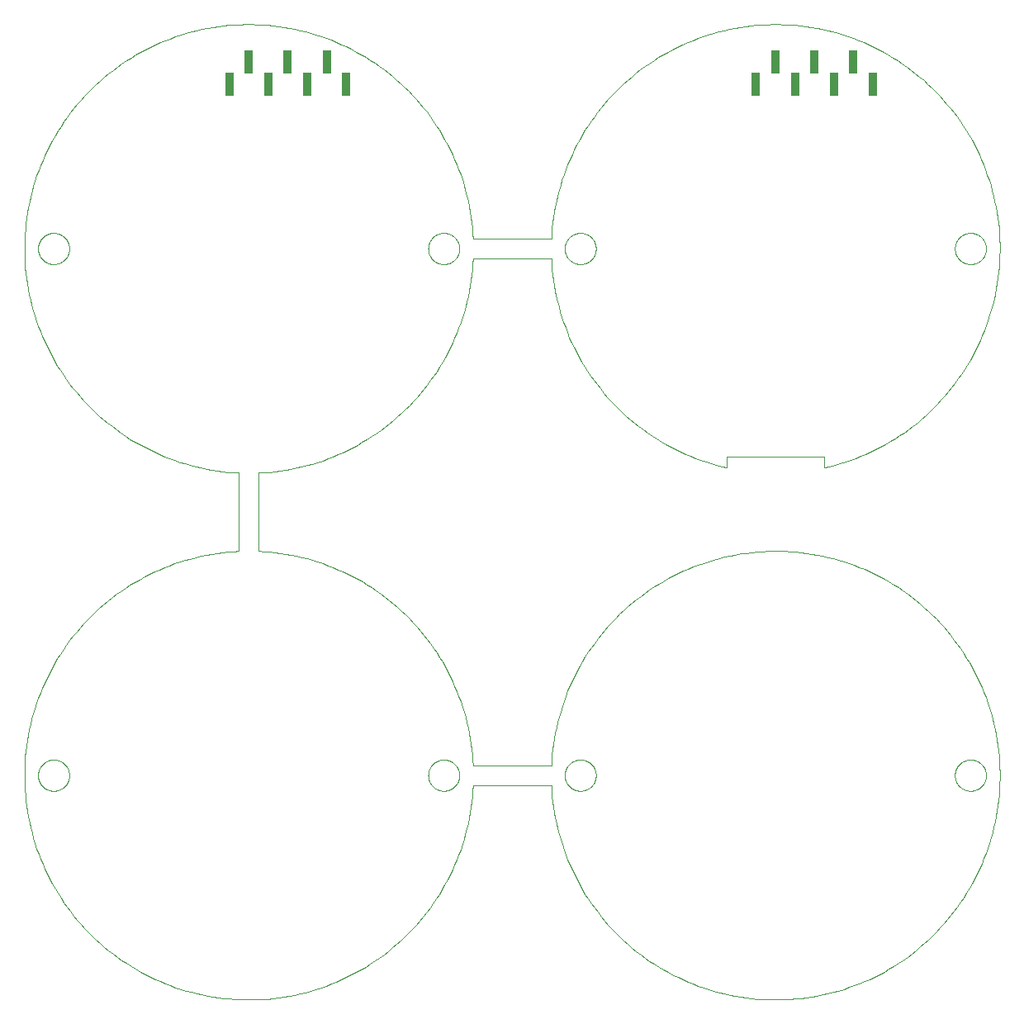
<source format=gbp>
G75*
%MOIN*%
%OFA0B0*%
%FSLAX25Y25*%
%IPPOS*%
%LPD*%
%AMOC8*
5,1,8,0,0,1.08239X$1,22.5*
%
%ADD10C,0.00000*%
%ADD11R,0.03346X0.09252*%
D10*
X0050350Y0092616D02*
X0050352Y0092774D01*
X0050358Y0092932D01*
X0050368Y0093090D01*
X0050382Y0093248D01*
X0050400Y0093405D01*
X0050421Y0093562D01*
X0050447Y0093718D01*
X0050477Y0093874D01*
X0050510Y0094029D01*
X0050548Y0094182D01*
X0050589Y0094335D01*
X0050634Y0094487D01*
X0050683Y0094638D01*
X0050736Y0094787D01*
X0050792Y0094935D01*
X0050852Y0095081D01*
X0050916Y0095226D01*
X0050984Y0095369D01*
X0051055Y0095511D01*
X0051129Y0095651D01*
X0051207Y0095788D01*
X0051289Y0095924D01*
X0051373Y0096058D01*
X0051462Y0096189D01*
X0051553Y0096318D01*
X0051648Y0096445D01*
X0051745Y0096570D01*
X0051846Y0096692D01*
X0051950Y0096811D01*
X0052057Y0096928D01*
X0052167Y0097042D01*
X0052280Y0097153D01*
X0052395Y0097262D01*
X0052513Y0097367D01*
X0052634Y0097469D01*
X0052757Y0097569D01*
X0052883Y0097665D01*
X0053011Y0097758D01*
X0053141Y0097848D01*
X0053274Y0097934D01*
X0053409Y0098018D01*
X0053545Y0098097D01*
X0053684Y0098174D01*
X0053825Y0098246D01*
X0053967Y0098316D01*
X0054111Y0098381D01*
X0054257Y0098443D01*
X0054404Y0098501D01*
X0054553Y0098556D01*
X0054703Y0098607D01*
X0054854Y0098654D01*
X0055006Y0098697D01*
X0055159Y0098736D01*
X0055314Y0098772D01*
X0055469Y0098803D01*
X0055625Y0098831D01*
X0055781Y0098855D01*
X0055938Y0098875D01*
X0056096Y0098891D01*
X0056253Y0098903D01*
X0056412Y0098911D01*
X0056570Y0098915D01*
X0056728Y0098915D01*
X0056886Y0098911D01*
X0057045Y0098903D01*
X0057202Y0098891D01*
X0057360Y0098875D01*
X0057517Y0098855D01*
X0057673Y0098831D01*
X0057829Y0098803D01*
X0057984Y0098772D01*
X0058139Y0098736D01*
X0058292Y0098697D01*
X0058444Y0098654D01*
X0058595Y0098607D01*
X0058745Y0098556D01*
X0058894Y0098501D01*
X0059041Y0098443D01*
X0059187Y0098381D01*
X0059331Y0098316D01*
X0059473Y0098246D01*
X0059614Y0098174D01*
X0059753Y0098097D01*
X0059889Y0098018D01*
X0060024Y0097934D01*
X0060157Y0097848D01*
X0060287Y0097758D01*
X0060415Y0097665D01*
X0060541Y0097569D01*
X0060664Y0097469D01*
X0060785Y0097367D01*
X0060903Y0097262D01*
X0061018Y0097153D01*
X0061131Y0097042D01*
X0061241Y0096928D01*
X0061348Y0096811D01*
X0061452Y0096692D01*
X0061553Y0096570D01*
X0061650Y0096445D01*
X0061745Y0096318D01*
X0061836Y0096189D01*
X0061925Y0096058D01*
X0062009Y0095924D01*
X0062091Y0095788D01*
X0062169Y0095651D01*
X0062243Y0095511D01*
X0062314Y0095369D01*
X0062382Y0095226D01*
X0062446Y0095081D01*
X0062506Y0094935D01*
X0062562Y0094787D01*
X0062615Y0094638D01*
X0062664Y0094487D01*
X0062709Y0094335D01*
X0062750Y0094182D01*
X0062788Y0094029D01*
X0062821Y0093874D01*
X0062851Y0093718D01*
X0062877Y0093562D01*
X0062898Y0093405D01*
X0062916Y0093248D01*
X0062930Y0093090D01*
X0062940Y0092932D01*
X0062946Y0092774D01*
X0062948Y0092616D01*
X0062946Y0092458D01*
X0062940Y0092300D01*
X0062930Y0092142D01*
X0062916Y0091984D01*
X0062898Y0091827D01*
X0062877Y0091670D01*
X0062851Y0091514D01*
X0062821Y0091358D01*
X0062788Y0091203D01*
X0062750Y0091050D01*
X0062709Y0090897D01*
X0062664Y0090745D01*
X0062615Y0090594D01*
X0062562Y0090445D01*
X0062506Y0090297D01*
X0062446Y0090151D01*
X0062382Y0090006D01*
X0062314Y0089863D01*
X0062243Y0089721D01*
X0062169Y0089581D01*
X0062091Y0089444D01*
X0062009Y0089308D01*
X0061925Y0089174D01*
X0061836Y0089043D01*
X0061745Y0088914D01*
X0061650Y0088787D01*
X0061553Y0088662D01*
X0061452Y0088540D01*
X0061348Y0088421D01*
X0061241Y0088304D01*
X0061131Y0088190D01*
X0061018Y0088079D01*
X0060903Y0087970D01*
X0060785Y0087865D01*
X0060664Y0087763D01*
X0060541Y0087663D01*
X0060415Y0087567D01*
X0060287Y0087474D01*
X0060157Y0087384D01*
X0060024Y0087298D01*
X0059889Y0087214D01*
X0059753Y0087135D01*
X0059614Y0087058D01*
X0059473Y0086986D01*
X0059331Y0086916D01*
X0059187Y0086851D01*
X0059041Y0086789D01*
X0058894Y0086731D01*
X0058745Y0086676D01*
X0058595Y0086625D01*
X0058444Y0086578D01*
X0058292Y0086535D01*
X0058139Y0086496D01*
X0057984Y0086460D01*
X0057829Y0086429D01*
X0057673Y0086401D01*
X0057517Y0086377D01*
X0057360Y0086357D01*
X0057202Y0086341D01*
X0057045Y0086329D01*
X0056886Y0086321D01*
X0056728Y0086317D01*
X0056570Y0086317D01*
X0056412Y0086321D01*
X0056253Y0086329D01*
X0056096Y0086341D01*
X0055938Y0086357D01*
X0055781Y0086377D01*
X0055625Y0086401D01*
X0055469Y0086429D01*
X0055314Y0086460D01*
X0055159Y0086496D01*
X0055006Y0086535D01*
X0054854Y0086578D01*
X0054703Y0086625D01*
X0054553Y0086676D01*
X0054404Y0086731D01*
X0054257Y0086789D01*
X0054111Y0086851D01*
X0053967Y0086916D01*
X0053825Y0086986D01*
X0053684Y0087058D01*
X0053545Y0087135D01*
X0053409Y0087214D01*
X0053274Y0087298D01*
X0053141Y0087384D01*
X0053011Y0087474D01*
X0052883Y0087567D01*
X0052757Y0087663D01*
X0052634Y0087763D01*
X0052513Y0087865D01*
X0052395Y0087970D01*
X0052280Y0088079D01*
X0052167Y0088190D01*
X0052057Y0088304D01*
X0051950Y0088421D01*
X0051846Y0088540D01*
X0051745Y0088662D01*
X0051648Y0088787D01*
X0051553Y0088914D01*
X0051462Y0089043D01*
X0051373Y0089174D01*
X0051289Y0089308D01*
X0051207Y0089444D01*
X0051129Y0089581D01*
X0051055Y0089721D01*
X0050984Y0089863D01*
X0050916Y0090006D01*
X0050852Y0090151D01*
X0050792Y0090297D01*
X0050736Y0090445D01*
X0050683Y0090594D01*
X0050634Y0090745D01*
X0050589Y0090897D01*
X0050548Y0091050D01*
X0050510Y0091203D01*
X0050477Y0091358D01*
X0050447Y0091514D01*
X0050421Y0091670D01*
X0050400Y0091827D01*
X0050382Y0091984D01*
X0050368Y0092142D01*
X0050358Y0092300D01*
X0050352Y0092458D01*
X0050350Y0092616D01*
X0139326Y0183081D02*
X0141525Y0182959D01*
X0143721Y0182783D01*
X0145911Y0182554D01*
X0148096Y0182271D01*
X0150273Y0181935D01*
X0152441Y0181547D01*
X0154599Y0181106D01*
X0156745Y0180613D01*
X0158879Y0180067D01*
X0160999Y0179470D01*
X0163104Y0178821D01*
X0165193Y0178122D01*
X0167264Y0177372D01*
X0169316Y0176571D01*
X0171348Y0175721D01*
X0173358Y0174822D01*
X0175346Y0173874D01*
X0177311Y0172878D01*
X0179251Y0171835D01*
X0181165Y0170745D01*
X0183051Y0169608D01*
X0184910Y0168426D01*
X0186739Y0167199D01*
X0188538Y0165928D01*
X0190305Y0164614D01*
X0192040Y0163257D01*
X0193742Y0161858D01*
X0195409Y0160418D01*
X0197040Y0158938D01*
X0198635Y0157419D01*
X0200192Y0155862D01*
X0201711Y0154267D01*
X0203191Y0152636D01*
X0204631Y0150969D01*
X0206030Y0149267D01*
X0207387Y0147532D01*
X0208701Y0145765D01*
X0209972Y0143966D01*
X0211199Y0142137D01*
X0212381Y0140278D01*
X0213518Y0138392D01*
X0214608Y0136478D01*
X0215651Y0134538D01*
X0216647Y0132573D01*
X0217595Y0130585D01*
X0218494Y0128575D01*
X0219344Y0126543D01*
X0220145Y0124491D01*
X0220895Y0122420D01*
X0221594Y0120331D01*
X0222243Y0118226D01*
X0222840Y0116106D01*
X0223386Y0113972D01*
X0223879Y0111826D01*
X0224320Y0109668D01*
X0224708Y0107500D01*
X0225044Y0105323D01*
X0225327Y0103138D01*
X0225556Y0100948D01*
X0225732Y0098752D01*
X0225854Y0096553D01*
X0225855Y0096554D02*
X0257522Y0096554D01*
X0257522Y0088679D02*
X0225855Y0088679D01*
X0207830Y0092616D02*
X0207832Y0092774D01*
X0207838Y0092932D01*
X0207848Y0093090D01*
X0207862Y0093248D01*
X0207880Y0093405D01*
X0207901Y0093562D01*
X0207927Y0093718D01*
X0207957Y0093874D01*
X0207990Y0094029D01*
X0208028Y0094182D01*
X0208069Y0094335D01*
X0208114Y0094487D01*
X0208163Y0094638D01*
X0208216Y0094787D01*
X0208272Y0094935D01*
X0208332Y0095081D01*
X0208396Y0095226D01*
X0208464Y0095369D01*
X0208535Y0095511D01*
X0208609Y0095651D01*
X0208687Y0095788D01*
X0208769Y0095924D01*
X0208853Y0096058D01*
X0208942Y0096189D01*
X0209033Y0096318D01*
X0209128Y0096445D01*
X0209225Y0096570D01*
X0209326Y0096692D01*
X0209430Y0096811D01*
X0209537Y0096928D01*
X0209647Y0097042D01*
X0209760Y0097153D01*
X0209875Y0097262D01*
X0209993Y0097367D01*
X0210114Y0097469D01*
X0210237Y0097569D01*
X0210363Y0097665D01*
X0210491Y0097758D01*
X0210621Y0097848D01*
X0210754Y0097934D01*
X0210889Y0098018D01*
X0211025Y0098097D01*
X0211164Y0098174D01*
X0211305Y0098246D01*
X0211447Y0098316D01*
X0211591Y0098381D01*
X0211737Y0098443D01*
X0211884Y0098501D01*
X0212033Y0098556D01*
X0212183Y0098607D01*
X0212334Y0098654D01*
X0212486Y0098697D01*
X0212639Y0098736D01*
X0212794Y0098772D01*
X0212949Y0098803D01*
X0213105Y0098831D01*
X0213261Y0098855D01*
X0213418Y0098875D01*
X0213576Y0098891D01*
X0213733Y0098903D01*
X0213892Y0098911D01*
X0214050Y0098915D01*
X0214208Y0098915D01*
X0214366Y0098911D01*
X0214525Y0098903D01*
X0214682Y0098891D01*
X0214840Y0098875D01*
X0214997Y0098855D01*
X0215153Y0098831D01*
X0215309Y0098803D01*
X0215464Y0098772D01*
X0215619Y0098736D01*
X0215772Y0098697D01*
X0215924Y0098654D01*
X0216075Y0098607D01*
X0216225Y0098556D01*
X0216374Y0098501D01*
X0216521Y0098443D01*
X0216667Y0098381D01*
X0216811Y0098316D01*
X0216953Y0098246D01*
X0217094Y0098174D01*
X0217233Y0098097D01*
X0217369Y0098018D01*
X0217504Y0097934D01*
X0217637Y0097848D01*
X0217767Y0097758D01*
X0217895Y0097665D01*
X0218021Y0097569D01*
X0218144Y0097469D01*
X0218265Y0097367D01*
X0218383Y0097262D01*
X0218498Y0097153D01*
X0218611Y0097042D01*
X0218721Y0096928D01*
X0218828Y0096811D01*
X0218932Y0096692D01*
X0219033Y0096570D01*
X0219130Y0096445D01*
X0219225Y0096318D01*
X0219316Y0096189D01*
X0219405Y0096058D01*
X0219489Y0095924D01*
X0219571Y0095788D01*
X0219649Y0095651D01*
X0219723Y0095511D01*
X0219794Y0095369D01*
X0219862Y0095226D01*
X0219926Y0095081D01*
X0219986Y0094935D01*
X0220042Y0094787D01*
X0220095Y0094638D01*
X0220144Y0094487D01*
X0220189Y0094335D01*
X0220230Y0094182D01*
X0220268Y0094029D01*
X0220301Y0093874D01*
X0220331Y0093718D01*
X0220357Y0093562D01*
X0220378Y0093405D01*
X0220396Y0093248D01*
X0220410Y0093090D01*
X0220420Y0092932D01*
X0220426Y0092774D01*
X0220428Y0092616D01*
X0220426Y0092458D01*
X0220420Y0092300D01*
X0220410Y0092142D01*
X0220396Y0091984D01*
X0220378Y0091827D01*
X0220357Y0091670D01*
X0220331Y0091514D01*
X0220301Y0091358D01*
X0220268Y0091203D01*
X0220230Y0091050D01*
X0220189Y0090897D01*
X0220144Y0090745D01*
X0220095Y0090594D01*
X0220042Y0090445D01*
X0219986Y0090297D01*
X0219926Y0090151D01*
X0219862Y0090006D01*
X0219794Y0089863D01*
X0219723Y0089721D01*
X0219649Y0089581D01*
X0219571Y0089444D01*
X0219489Y0089308D01*
X0219405Y0089174D01*
X0219316Y0089043D01*
X0219225Y0088914D01*
X0219130Y0088787D01*
X0219033Y0088662D01*
X0218932Y0088540D01*
X0218828Y0088421D01*
X0218721Y0088304D01*
X0218611Y0088190D01*
X0218498Y0088079D01*
X0218383Y0087970D01*
X0218265Y0087865D01*
X0218144Y0087763D01*
X0218021Y0087663D01*
X0217895Y0087567D01*
X0217767Y0087474D01*
X0217637Y0087384D01*
X0217504Y0087298D01*
X0217369Y0087214D01*
X0217233Y0087135D01*
X0217094Y0087058D01*
X0216953Y0086986D01*
X0216811Y0086916D01*
X0216667Y0086851D01*
X0216521Y0086789D01*
X0216374Y0086731D01*
X0216225Y0086676D01*
X0216075Y0086625D01*
X0215924Y0086578D01*
X0215772Y0086535D01*
X0215619Y0086496D01*
X0215464Y0086460D01*
X0215309Y0086429D01*
X0215153Y0086401D01*
X0214997Y0086377D01*
X0214840Y0086357D01*
X0214682Y0086341D01*
X0214525Y0086329D01*
X0214366Y0086321D01*
X0214208Y0086317D01*
X0214050Y0086317D01*
X0213892Y0086321D01*
X0213733Y0086329D01*
X0213576Y0086341D01*
X0213418Y0086357D01*
X0213261Y0086377D01*
X0213105Y0086401D01*
X0212949Y0086429D01*
X0212794Y0086460D01*
X0212639Y0086496D01*
X0212486Y0086535D01*
X0212334Y0086578D01*
X0212183Y0086625D01*
X0212033Y0086676D01*
X0211884Y0086731D01*
X0211737Y0086789D01*
X0211591Y0086851D01*
X0211447Y0086916D01*
X0211305Y0086986D01*
X0211164Y0087058D01*
X0211025Y0087135D01*
X0210889Y0087214D01*
X0210754Y0087298D01*
X0210621Y0087384D01*
X0210491Y0087474D01*
X0210363Y0087567D01*
X0210237Y0087663D01*
X0210114Y0087763D01*
X0209993Y0087865D01*
X0209875Y0087970D01*
X0209760Y0088079D01*
X0209647Y0088190D01*
X0209537Y0088304D01*
X0209430Y0088421D01*
X0209326Y0088540D01*
X0209225Y0088662D01*
X0209128Y0088787D01*
X0209033Y0088914D01*
X0208942Y0089043D01*
X0208853Y0089174D01*
X0208769Y0089308D01*
X0208687Y0089444D01*
X0208609Y0089581D01*
X0208535Y0089721D01*
X0208464Y0089863D01*
X0208396Y0090006D01*
X0208332Y0090151D01*
X0208272Y0090297D01*
X0208216Y0090445D01*
X0208163Y0090594D01*
X0208114Y0090745D01*
X0208069Y0090897D01*
X0208028Y0091050D01*
X0207990Y0091203D01*
X0207957Y0091358D01*
X0207927Y0091514D01*
X0207901Y0091670D01*
X0207880Y0091827D01*
X0207862Y0091984D01*
X0207848Y0092142D01*
X0207838Y0092300D01*
X0207832Y0092458D01*
X0207830Y0092616D01*
X0262948Y0092616D02*
X0262950Y0092774D01*
X0262956Y0092932D01*
X0262966Y0093090D01*
X0262980Y0093248D01*
X0262998Y0093405D01*
X0263019Y0093562D01*
X0263045Y0093718D01*
X0263075Y0093874D01*
X0263108Y0094029D01*
X0263146Y0094182D01*
X0263187Y0094335D01*
X0263232Y0094487D01*
X0263281Y0094638D01*
X0263334Y0094787D01*
X0263390Y0094935D01*
X0263450Y0095081D01*
X0263514Y0095226D01*
X0263582Y0095369D01*
X0263653Y0095511D01*
X0263727Y0095651D01*
X0263805Y0095788D01*
X0263887Y0095924D01*
X0263971Y0096058D01*
X0264060Y0096189D01*
X0264151Y0096318D01*
X0264246Y0096445D01*
X0264343Y0096570D01*
X0264444Y0096692D01*
X0264548Y0096811D01*
X0264655Y0096928D01*
X0264765Y0097042D01*
X0264878Y0097153D01*
X0264993Y0097262D01*
X0265111Y0097367D01*
X0265232Y0097469D01*
X0265355Y0097569D01*
X0265481Y0097665D01*
X0265609Y0097758D01*
X0265739Y0097848D01*
X0265872Y0097934D01*
X0266007Y0098018D01*
X0266143Y0098097D01*
X0266282Y0098174D01*
X0266423Y0098246D01*
X0266565Y0098316D01*
X0266709Y0098381D01*
X0266855Y0098443D01*
X0267002Y0098501D01*
X0267151Y0098556D01*
X0267301Y0098607D01*
X0267452Y0098654D01*
X0267604Y0098697D01*
X0267757Y0098736D01*
X0267912Y0098772D01*
X0268067Y0098803D01*
X0268223Y0098831D01*
X0268379Y0098855D01*
X0268536Y0098875D01*
X0268694Y0098891D01*
X0268851Y0098903D01*
X0269010Y0098911D01*
X0269168Y0098915D01*
X0269326Y0098915D01*
X0269484Y0098911D01*
X0269643Y0098903D01*
X0269800Y0098891D01*
X0269958Y0098875D01*
X0270115Y0098855D01*
X0270271Y0098831D01*
X0270427Y0098803D01*
X0270582Y0098772D01*
X0270737Y0098736D01*
X0270890Y0098697D01*
X0271042Y0098654D01*
X0271193Y0098607D01*
X0271343Y0098556D01*
X0271492Y0098501D01*
X0271639Y0098443D01*
X0271785Y0098381D01*
X0271929Y0098316D01*
X0272071Y0098246D01*
X0272212Y0098174D01*
X0272351Y0098097D01*
X0272487Y0098018D01*
X0272622Y0097934D01*
X0272755Y0097848D01*
X0272885Y0097758D01*
X0273013Y0097665D01*
X0273139Y0097569D01*
X0273262Y0097469D01*
X0273383Y0097367D01*
X0273501Y0097262D01*
X0273616Y0097153D01*
X0273729Y0097042D01*
X0273839Y0096928D01*
X0273946Y0096811D01*
X0274050Y0096692D01*
X0274151Y0096570D01*
X0274248Y0096445D01*
X0274343Y0096318D01*
X0274434Y0096189D01*
X0274523Y0096058D01*
X0274607Y0095924D01*
X0274689Y0095788D01*
X0274767Y0095651D01*
X0274841Y0095511D01*
X0274912Y0095369D01*
X0274980Y0095226D01*
X0275044Y0095081D01*
X0275104Y0094935D01*
X0275160Y0094787D01*
X0275213Y0094638D01*
X0275262Y0094487D01*
X0275307Y0094335D01*
X0275348Y0094182D01*
X0275386Y0094029D01*
X0275419Y0093874D01*
X0275449Y0093718D01*
X0275475Y0093562D01*
X0275496Y0093405D01*
X0275514Y0093248D01*
X0275528Y0093090D01*
X0275538Y0092932D01*
X0275544Y0092774D01*
X0275546Y0092616D01*
X0275544Y0092458D01*
X0275538Y0092300D01*
X0275528Y0092142D01*
X0275514Y0091984D01*
X0275496Y0091827D01*
X0275475Y0091670D01*
X0275449Y0091514D01*
X0275419Y0091358D01*
X0275386Y0091203D01*
X0275348Y0091050D01*
X0275307Y0090897D01*
X0275262Y0090745D01*
X0275213Y0090594D01*
X0275160Y0090445D01*
X0275104Y0090297D01*
X0275044Y0090151D01*
X0274980Y0090006D01*
X0274912Y0089863D01*
X0274841Y0089721D01*
X0274767Y0089581D01*
X0274689Y0089444D01*
X0274607Y0089308D01*
X0274523Y0089174D01*
X0274434Y0089043D01*
X0274343Y0088914D01*
X0274248Y0088787D01*
X0274151Y0088662D01*
X0274050Y0088540D01*
X0273946Y0088421D01*
X0273839Y0088304D01*
X0273729Y0088190D01*
X0273616Y0088079D01*
X0273501Y0087970D01*
X0273383Y0087865D01*
X0273262Y0087763D01*
X0273139Y0087663D01*
X0273013Y0087567D01*
X0272885Y0087474D01*
X0272755Y0087384D01*
X0272622Y0087298D01*
X0272487Y0087214D01*
X0272351Y0087135D01*
X0272212Y0087058D01*
X0272071Y0086986D01*
X0271929Y0086916D01*
X0271785Y0086851D01*
X0271639Y0086789D01*
X0271492Y0086731D01*
X0271343Y0086676D01*
X0271193Y0086625D01*
X0271042Y0086578D01*
X0270890Y0086535D01*
X0270737Y0086496D01*
X0270582Y0086460D01*
X0270427Y0086429D01*
X0270271Y0086401D01*
X0270115Y0086377D01*
X0269958Y0086357D01*
X0269800Y0086341D01*
X0269643Y0086329D01*
X0269484Y0086321D01*
X0269326Y0086317D01*
X0269168Y0086317D01*
X0269010Y0086321D01*
X0268851Y0086329D01*
X0268694Y0086341D01*
X0268536Y0086357D01*
X0268379Y0086377D01*
X0268223Y0086401D01*
X0268067Y0086429D01*
X0267912Y0086460D01*
X0267757Y0086496D01*
X0267604Y0086535D01*
X0267452Y0086578D01*
X0267301Y0086625D01*
X0267151Y0086676D01*
X0267002Y0086731D01*
X0266855Y0086789D01*
X0266709Y0086851D01*
X0266565Y0086916D01*
X0266423Y0086986D01*
X0266282Y0087058D01*
X0266143Y0087135D01*
X0266007Y0087214D01*
X0265872Y0087298D01*
X0265739Y0087384D01*
X0265609Y0087474D01*
X0265481Y0087567D01*
X0265355Y0087663D01*
X0265232Y0087763D01*
X0265111Y0087865D01*
X0264993Y0087970D01*
X0264878Y0088079D01*
X0264765Y0088190D01*
X0264655Y0088304D01*
X0264548Y0088421D01*
X0264444Y0088540D01*
X0264343Y0088662D01*
X0264246Y0088787D01*
X0264151Y0088914D01*
X0264060Y0089043D01*
X0263971Y0089174D01*
X0263887Y0089308D01*
X0263805Y0089444D01*
X0263727Y0089581D01*
X0263653Y0089721D01*
X0263582Y0089863D01*
X0263514Y0090006D01*
X0263450Y0090151D01*
X0263390Y0090297D01*
X0263334Y0090445D01*
X0263281Y0090594D01*
X0263232Y0090745D01*
X0263187Y0090897D01*
X0263146Y0091050D01*
X0263108Y0091203D01*
X0263075Y0091358D01*
X0263045Y0091514D01*
X0263019Y0091670D01*
X0262998Y0091827D01*
X0262980Y0091984D01*
X0262966Y0092142D01*
X0262956Y0092300D01*
X0262950Y0092458D01*
X0262948Y0092616D01*
X0257523Y0088679D02*
X0257646Y0086465D01*
X0257824Y0084254D01*
X0258056Y0082049D01*
X0258341Y0079850D01*
X0258681Y0077658D01*
X0259074Y0075476D01*
X0259520Y0073304D01*
X0260020Y0071143D01*
X0260572Y0068995D01*
X0261177Y0066862D01*
X0261833Y0064743D01*
X0262542Y0062642D01*
X0263302Y0060558D01*
X0264112Y0058494D01*
X0264973Y0056450D01*
X0265883Y0054428D01*
X0266843Y0052429D01*
X0267851Y0050454D01*
X0268908Y0048504D01*
X0270012Y0046581D01*
X0271163Y0044685D01*
X0272359Y0042818D01*
X0273602Y0040981D01*
X0274888Y0039175D01*
X0276219Y0037401D01*
X0277593Y0035660D01*
X0279008Y0033953D01*
X0280466Y0032282D01*
X0281963Y0030646D01*
X0283501Y0029048D01*
X0285077Y0027488D01*
X0286691Y0025967D01*
X0288341Y0024486D01*
X0290027Y0023046D01*
X0291748Y0021647D01*
X0293503Y0020291D01*
X0295291Y0018979D01*
X0297110Y0017710D01*
X0298959Y0016487D01*
X0300838Y0015309D01*
X0302746Y0014177D01*
X0304680Y0013093D01*
X0306640Y0012056D01*
X0308626Y0011068D01*
X0310634Y0010128D01*
X0312666Y0009238D01*
X0314718Y0008399D01*
X0316790Y0007609D01*
X0318881Y0006871D01*
X0320990Y0006183D01*
X0323115Y0005548D01*
X0325254Y0004965D01*
X0327407Y0004435D01*
X0329573Y0003957D01*
X0331750Y0003533D01*
X0333936Y0003162D01*
X0336131Y0002845D01*
X0338333Y0002581D01*
X0340540Y0002372D01*
X0342753Y0002216D01*
X0344968Y0002115D01*
X0347185Y0002069D01*
X0349403Y0002076D01*
X0351619Y0002138D01*
X0353834Y0002254D01*
X0356045Y0002424D01*
X0358251Y0002649D01*
X0360451Y0002927D01*
X0362644Y0003259D01*
X0364828Y0003645D01*
X0367002Y0004084D01*
X0369164Y0004576D01*
X0371313Y0005121D01*
X0373449Y0005718D01*
X0375569Y0006368D01*
X0377673Y0007069D01*
X0379759Y0007822D01*
X0381826Y0008625D01*
X0383873Y0009479D01*
X0385898Y0010383D01*
X0387900Y0011336D01*
X0389879Y0012338D01*
X0391832Y0013387D01*
X0393759Y0014485D01*
X0395659Y0015629D01*
X0397530Y0016820D01*
X0399371Y0018056D01*
X0401182Y0019336D01*
X0402960Y0020661D01*
X0404706Y0022029D01*
X0406417Y0023439D01*
X0408094Y0024890D01*
X0409734Y0026382D01*
X0411338Y0027914D01*
X0412903Y0029485D01*
X0414430Y0031094D01*
X0415916Y0032739D01*
X0417362Y0034421D01*
X0418767Y0036137D01*
X0420128Y0037887D01*
X0421447Y0039670D01*
X0422722Y0041485D01*
X0423951Y0043330D01*
X0425135Y0045205D01*
X0426273Y0047109D01*
X0427364Y0049040D01*
X0428408Y0050997D01*
X0429403Y0052978D01*
X0430349Y0054984D01*
X0431246Y0057012D01*
X0432093Y0059062D01*
X0432889Y0061131D01*
X0433635Y0063220D01*
X0434329Y0065326D01*
X0434971Y0067449D01*
X0435561Y0069586D01*
X0436099Y0071738D01*
X0436584Y0073902D01*
X0437016Y0076077D01*
X0437394Y0078262D01*
X0437719Y0080456D01*
X0437990Y0082657D01*
X0438207Y0084864D01*
X0438369Y0087075D01*
X0438478Y0089290D01*
X0438532Y0091507D01*
X0438532Y0093725D01*
X0438478Y0095942D01*
X0438369Y0098157D01*
X0438207Y0100368D01*
X0437990Y0102575D01*
X0437719Y0104776D01*
X0437394Y0106970D01*
X0437016Y0109155D01*
X0436584Y0111330D01*
X0436099Y0113494D01*
X0435561Y0115646D01*
X0434971Y0117783D01*
X0434329Y0119906D01*
X0433635Y0122012D01*
X0432889Y0124101D01*
X0432093Y0126170D01*
X0431246Y0128220D01*
X0430349Y0130248D01*
X0429403Y0132254D01*
X0428408Y0134235D01*
X0427364Y0136192D01*
X0426273Y0138123D01*
X0425135Y0140027D01*
X0423951Y0141902D01*
X0422722Y0143747D01*
X0421447Y0145562D01*
X0420128Y0147345D01*
X0418767Y0149095D01*
X0417362Y0150811D01*
X0415916Y0152493D01*
X0414430Y0154138D01*
X0412903Y0155747D01*
X0411338Y0157318D01*
X0409734Y0158850D01*
X0408094Y0160342D01*
X0406417Y0161793D01*
X0404706Y0163203D01*
X0402960Y0164571D01*
X0401182Y0165896D01*
X0399371Y0167176D01*
X0397530Y0168412D01*
X0395659Y0169603D01*
X0393759Y0170747D01*
X0391832Y0171845D01*
X0389879Y0172894D01*
X0387900Y0173896D01*
X0385898Y0174849D01*
X0383873Y0175753D01*
X0381826Y0176607D01*
X0379759Y0177410D01*
X0377673Y0178163D01*
X0375569Y0178864D01*
X0373449Y0179514D01*
X0371313Y0180111D01*
X0369164Y0180656D01*
X0367002Y0181148D01*
X0364828Y0181587D01*
X0362644Y0181973D01*
X0360451Y0182305D01*
X0358251Y0182583D01*
X0356045Y0182808D01*
X0353834Y0182978D01*
X0351619Y0183094D01*
X0349403Y0183156D01*
X0347185Y0183163D01*
X0344968Y0183117D01*
X0342753Y0183016D01*
X0340540Y0182860D01*
X0338333Y0182651D01*
X0336131Y0182387D01*
X0333936Y0182070D01*
X0331750Y0181699D01*
X0329573Y0181275D01*
X0327407Y0180797D01*
X0325254Y0180267D01*
X0323115Y0179684D01*
X0320990Y0179049D01*
X0318881Y0178361D01*
X0316790Y0177623D01*
X0314718Y0176833D01*
X0312666Y0175994D01*
X0310634Y0175104D01*
X0308626Y0174164D01*
X0306640Y0173176D01*
X0304680Y0172139D01*
X0302746Y0171055D01*
X0300838Y0169923D01*
X0298959Y0168745D01*
X0297110Y0167522D01*
X0295291Y0166253D01*
X0293503Y0164941D01*
X0291748Y0163585D01*
X0290027Y0162186D01*
X0288341Y0160746D01*
X0286691Y0159265D01*
X0285077Y0157744D01*
X0283501Y0156184D01*
X0281963Y0154586D01*
X0280466Y0152950D01*
X0279008Y0151279D01*
X0277593Y0149572D01*
X0276219Y0147831D01*
X0274888Y0146057D01*
X0273602Y0144251D01*
X0272359Y0142414D01*
X0271163Y0140547D01*
X0270012Y0138651D01*
X0268908Y0136728D01*
X0267851Y0134778D01*
X0266843Y0132803D01*
X0265883Y0130804D01*
X0264973Y0128782D01*
X0264112Y0126738D01*
X0263302Y0124674D01*
X0262542Y0122590D01*
X0261833Y0120489D01*
X0261177Y0118370D01*
X0260572Y0116237D01*
X0260020Y0114089D01*
X0259520Y0111928D01*
X0259074Y0109756D01*
X0258681Y0107574D01*
X0258341Y0105382D01*
X0258056Y0103183D01*
X0257824Y0100978D01*
X0257646Y0098767D01*
X0257523Y0096553D01*
X0139326Y0183082D02*
X0139326Y0214750D01*
X0131452Y0214750D02*
X0131452Y0183082D01*
X0131452Y0183081D02*
X0129239Y0182958D01*
X0127031Y0182780D01*
X0124827Y0182549D01*
X0122629Y0182263D01*
X0120439Y0181924D01*
X0118258Y0181532D01*
X0116088Y0181086D01*
X0113928Y0180587D01*
X0111782Y0180036D01*
X0109650Y0179432D01*
X0107533Y0178776D01*
X0105433Y0178069D01*
X0103351Y0177310D01*
X0101288Y0176501D01*
X0099246Y0175641D01*
X0097225Y0174732D01*
X0095227Y0173773D01*
X0093253Y0172766D01*
X0091304Y0171711D01*
X0089382Y0170609D01*
X0087487Y0169459D01*
X0085621Y0168264D01*
X0083785Y0167024D01*
X0081980Y0165739D01*
X0080206Y0164410D01*
X0078466Y0163038D01*
X0076760Y0161624D01*
X0075089Y0160168D01*
X0073454Y0158673D01*
X0071856Y0157137D01*
X0070296Y0155563D01*
X0068775Y0153952D01*
X0067294Y0152303D01*
X0065854Y0150619D01*
X0064455Y0148900D01*
X0063099Y0147147D01*
X0061786Y0145362D01*
X0060518Y0143545D01*
X0059294Y0141698D01*
X0058116Y0139821D01*
X0056984Y0137916D01*
X0055899Y0135984D01*
X0054861Y0134026D01*
X0053872Y0132043D01*
X0052932Y0130036D01*
X0052041Y0128007D01*
X0051199Y0125957D01*
X0050409Y0123887D01*
X0049669Y0121798D01*
X0048981Y0119691D01*
X0048344Y0117569D01*
X0047759Y0115431D01*
X0047227Y0113280D01*
X0046748Y0111117D01*
X0046322Y0108942D01*
X0045949Y0106758D01*
X0045630Y0104565D01*
X0045364Y0102365D01*
X0045153Y0100159D01*
X0044995Y0097948D01*
X0044892Y0095735D01*
X0044843Y0093519D01*
X0044848Y0091303D01*
X0044907Y0089088D01*
X0045020Y0086875D01*
X0045188Y0084665D01*
X0045409Y0082460D01*
X0045685Y0080262D01*
X0046014Y0078070D01*
X0046397Y0075887D01*
X0046833Y0073715D01*
X0047322Y0071553D01*
X0047863Y0069405D01*
X0048458Y0067270D01*
X0049104Y0065150D01*
X0049802Y0063047D01*
X0050551Y0060961D01*
X0051351Y0058895D01*
X0052201Y0056849D01*
X0053102Y0054824D01*
X0054051Y0052821D01*
X0055049Y0050843D01*
X0056095Y0048889D01*
X0057189Y0046962D01*
X0058330Y0045062D01*
X0059517Y0043191D01*
X0060749Y0041349D01*
X0062026Y0039538D01*
X0063346Y0037758D01*
X0064710Y0036012D01*
X0066117Y0034299D01*
X0067565Y0032622D01*
X0069053Y0030980D01*
X0070581Y0029375D01*
X0072148Y0027808D01*
X0073753Y0026280D01*
X0075395Y0024792D01*
X0077072Y0023344D01*
X0078785Y0021937D01*
X0080531Y0020573D01*
X0082311Y0019253D01*
X0084122Y0017976D01*
X0085964Y0016744D01*
X0087835Y0015557D01*
X0089735Y0014416D01*
X0091662Y0013322D01*
X0093616Y0012276D01*
X0095594Y0011278D01*
X0097597Y0010329D01*
X0099622Y0009428D01*
X0101668Y0008578D01*
X0103734Y0007778D01*
X0105820Y0007029D01*
X0107923Y0006331D01*
X0110043Y0005685D01*
X0112178Y0005090D01*
X0114326Y0004549D01*
X0116488Y0004060D01*
X0118660Y0003624D01*
X0120843Y0003241D01*
X0123035Y0002912D01*
X0125233Y0002636D01*
X0127438Y0002415D01*
X0129648Y0002247D01*
X0131861Y0002134D01*
X0134076Y0002075D01*
X0136292Y0002070D01*
X0138508Y0002119D01*
X0140721Y0002222D01*
X0142932Y0002380D01*
X0145138Y0002591D01*
X0147338Y0002857D01*
X0149531Y0003176D01*
X0151715Y0003549D01*
X0153890Y0003975D01*
X0156053Y0004454D01*
X0158204Y0004986D01*
X0160342Y0005571D01*
X0162464Y0006208D01*
X0164571Y0006896D01*
X0166660Y0007636D01*
X0168730Y0008426D01*
X0170780Y0009268D01*
X0172809Y0010159D01*
X0174816Y0011099D01*
X0176799Y0012088D01*
X0178757Y0013126D01*
X0180689Y0014211D01*
X0182594Y0015343D01*
X0184471Y0016521D01*
X0186318Y0017745D01*
X0188135Y0019013D01*
X0189920Y0020326D01*
X0191673Y0021682D01*
X0193392Y0023081D01*
X0195076Y0024521D01*
X0196725Y0026002D01*
X0198336Y0027523D01*
X0199910Y0029083D01*
X0201446Y0030681D01*
X0202941Y0032316D01*
X0204397Y0033987D01*
X0205811Y0035693D01*
X0207183Y0037433D01*
X0208512Y0039207D01*
X0209797Y0041012D01*
X0211037Y0042848D01*
X0212232Y0044714D01*
X0213382Y0046609D01*
X0214484Y0048531D01*
X0215539Y0050480D01*
X0216546Y0052454D01*
X0217505Y0054452D01*
X0218414Y0056473D01*
X0219274Y0058515D01*
X0220083Y0060578D01*
X0220842Y0062660D01*
X0221549Y0064760D01*
X0222205Y0066877D01*
X0222809Y0069009D01*
X0223360Y0071155D01*
X0223859Y0073315D01*
X0224305Y0075485D01*
X0224697Y0077666D01*
X0225036Y0079856D01*
X0225322Y0082054D01*
X0225553Y0084258D01*
X0225731Y0086466D01*
X0225854Y0088679D01*
X0328302Y0216829D02*
X0328302Y0221357D01*
X0367673Y0221357D01*
X0367673Y0216829D01*
X0328302Y0216830D02*
X0326167Y0217332D01*
X0324044Y0217887D01*
X0321936Y0218492D01*
X0319843Y0219149D01*
X0317767Y0219856D01*
X0315708Y0220613D01*
X0313668Y0221419D01*
X0311648Y0222275D01*
X0309650Y0223180D01*
X0307674Y0224133D01*
X0305722Y0225133D01*
X0303794Y0226180D01*
X0301893Y0227274D01*
X0300018Y0228413D01*
X0298172Y0229598D01*
X0296355Y0230827D01*
X0294568Y0232099D01*
X0292813Y0233415D01*
X0291090Y0234772D01*
X0289400Y0236171D01*
X0287745Y0237610D01*
X0286125Y0239089D01*
X0284542Y0240607D01*
X0282995Y0242163D01*
X0281487Y0243756D01*
X0280018Y0245385D01*
X0278588Y0247049D01*
X0277200Y0248747D01*
X0275853Y0250478D01*
X0274548Y0252241D01*
X0273286Y0254036D01*
X0272069Y0255860D01*
X0270895Y0257714D01*
X0269767Y0259595D01*
X0268685Y0261503D01*
X0267650Y0263437D01*
X0266661Y0265395D01*
X0265721Y0267377D01*
X0264828Y0269381D01*
X0263985Y0271405D01*
X0263190Y0273450D01*
X0262446Y0275514D01*
X0261751Y0277594D01*
X0261108Y0279691D01*
X0260515Y0281803D01*
X0259973Y0283929D01*
X0259484Y0286067D01*
X0259046Y0288217D01*
X0258660Y0290376D01*
X0258327Y0292544D01*
X0258046Y0294720D01*
X0257818Y0296901D01*
X0257644Y0299088D01*
X0257522Y0301278D01*
X0225855Y0301278D01*
X0225855Y0309152D02*
X0257522Y0309152D01*
X0262948Y0305215D02*
X0262950Y0305373D01*
X0262956Y0305531D01*
X0262966Y0305689D01*
X0262980Y0305847D01*
X0262998Y0306004D01*
X0263019Y0306161D01*
X0263045Y0306317D01*
X0263075Y0306473D01*
X0263108Y0306628D01*
X0263146Y0306781D01*
X0263187Y0306934D01*
X0263232Y0307086D01*
X0263281Y0307237D01*
X0263334Y0307386D01*
X0263390Y0307534D01*
X0263450Y0307680D01*
X0263514Y0307825D01*
X0263582Y0307968D01*
X0263653Y0308110D01*
X0263727Y0308250D01*
X0263805Y0308387D01*
X0263887Y0308523D01*
X0263971Y0308657D01*
X0264060Y0308788D01*
X0264151Y0308917D01*
X0264246Y0309044D01*
X0264343Y0309169D01*
X0264444Y0309291D01*
X0264548Y0309410D01*
X0264655Y0309527D01*
X0264765Y0309641D01*
X0264878Y0309752D01*
X0264993Y0309861D01*
X0265111Y0309966D01*
X0265232Y0310068D01*
X0265355Y0310168D01*
X0265481Y0310264D01*
X0265609Y0310357D01*
X0265739Y0310447D01*
X0265872Y0310533D01*
X0266007Y0310617D01*
X0266143Y0310696D01*
X0266282Y0310773D01*
X0266423Y0310845D01*
X0266565Y0310915D01*
X0266709Y0310980D01*
X0266855Y0311042D01*
X0267002Y0311100D01*
X0267151Y0311155D01*
X0267301Y0311206D01*
X0267452Y0311253D01*
X0267604Y0311296D01*
X0267757Y0311335D01*
X0267912Y0311371D01*
X0268067Y0311402D01*
X0268223Y0311430D01*
X0268379Y0311454D01*
X0268536Y0311474D01*
X0268694Y0311490D01*
X0268851Y0311502D01*
X0269010Y0311510D01*
X0269168Y0311514D01*
X0269326Y0311514D01*
X0269484Y0311510D01*
X0269643Y0311502D01*
X0269800Y0311490D01*
X0269958Y0311474D01*
X0270115Y0311454D01*
X0270271Y0311430D01*
X0270427Y0311402D01*
X0270582Y0311371D01*
X0270737Y0311335D01*
X0270890Y0311296D01*
X0271042Y0311253D01*
X0271193Y0311206D01*
X0271343Y0311155D01*
X0271492Y0311100D01*
X0271639Y0311042D01*
X0271785Y0310980D01*
X0271929Y0310915D01*
X0272071Y0310845D01*
X0272212Y0310773D01*
X0272351Y0310696D01*
X0272487Y0310617D01*
X0272622Y0310533D01*
X0272755Y0310447D01*
X0272885Y0310357D01*
X0273013Y0310264D01*
X0273139Y0310168D01*
X0273262Y0310068D01*
X0273383Y0309966D01*
X0273501Y0309861D01*
X0273616Y0309752D01*
X0273729Y0309641D01*
X0273839Y0309527D01*
X0273946Y0309410D01*
X0274050Y0309291D01*
X0274151Y0309169D01*
X0274248Y0309044D01*
X0274343Y0308917D01*
X0274434Y0308788D01*
X0274523Y0308657D01*
X0274607Y0308523D01*
X0274689Y0308387D01*
X0274767Y0308250D01*
X0274841Y0308110D01*
X0274912Y0307968D01*
X0274980Y0307825D01*
X0275044Y0307680D01*
X0275104Y0307534D01*
X0275160Y0307386D01*
X0275213Y0307237D01*
X0275262Y0307086D01*
X0275307Y0306934D01*
X0275348Y0306781D01*
X0275386Y0306628D01*
X0275419Y0306473D01*
X0275449Y0306317D01*
X0275475Y0306161D01*
X0275496Y0306004D01*
X0275514Y0305847D01*
X0275528Y0305689D01*
X0275538Y0305531D01*
X0275544Y0305373D01*
X0275546Y0305215D01*
X0275544Y0305057D01*
X0275538Y0304899D01*
X0275528Y0304741D01*
X0275514Y0304583D01*
X0275496Y0304426D01*
X0275475Y0304269D01*
X0275449Y0304113D01*
X0275419Y0303957D01*
X0275386Y0303802D01*
X0275348Y0303649D01*
X0275307Y0303496D01*
X0275262Y0303344D01*
X0275213Y0303193D01*
X0275160Y0303044D01*
X0275104Y0302896D01*
X0275044Y0302750D01*
X0274980Y0302605D01*
X0274912Y0302462D01*
X0274841Y0302320D01*
X0274767Y0302180D01*
X0274689Y0302043D01*
X0274607Y0301907D01*
X0274523Y0301773D01*
X0274434Y0301642D01*
X0274343Y0301513D01*
X0274248Y0301386D01*
X0274151Y0301261D01*
X0274050Y0301139D01*
X0273946Y0301020D01*
X0273839Y0300903D01*
X0273729Y0300789D01*
X0273616Y0300678D01*
X0273501Y0300569D01*
X0273383Y0300464D01*
X0273262Y0300362D01*
X0273139Y0300262D01*
X0273013Y0300166D01*
X0272885Y0300073D01*
X0272755Y0299983D01*
X0272622Y0299897D01*
X0272487Y0299813D01*
X0272351Y0299734D01*
X0272212Y0299657D01*
X0272071Y0299585D01*
X0271929Y0299515D01*
X0271785Y0299450D01*
X0271639Y0299388D01*
X0271492Y0299330D01*
X0271343Y0299275D01*
X0271193Y0299224D01*
X0271042Y0299177D01*
X0270890Y0299134D01*
X0270737Y0299095D01*
X0270582Y0299059D01*
X0270427Y0299028D01*
X0270271Y0299000D01*
X0270115Y0298976D01*
X0269958Y0298956D01*
X0269800Y0298940D01*
X0269643Y0298928D01*
X0269484Y0298920D01*
X0269326Y0298916D01*
X0269168Y0298916D01*
X0269010Y0298920D01*
X0268851Y0298928D01*
X0268694Y0298940D01*
X0268536Y0298956D01*
X0268379Y0298976D01*
X0268223Y0299000D01*
X0268067Y0299028D01*
X0267912Y0299059D01*
X0267757Y0299095D01*
X0267604Y0299134D01*
X0267452Y0299177D01*
X0267301Y0299224D01*
X0267151Y0299275D01*
X0267002Y0299330D01*
X0266855Y0299388D01*
X0266709Y0299450D01*
X0266565Y0299515D01*
X0266423Y0299585D01*
X0266282Y0299657D01*
X0266143Y0299734D01*
X0266007Y0299813D01*
X0265872Y0299897D01*
X0265739Y0299983D01*
X0265609Y0300073D01*
X0265481Y0300166D01*
X0265355Y0300262D01*
X0265232Y0300362D01*
X0265111Y0300464D01*
X0264993Y0300569D01*
X0264878Y0300678D01*
X0264765Y0300789D01*
X0264655Y0300903D01*
X0264548Y0301020D01*
X0264444Y0301139D01*
X0264343Y0301261D01*
X0264246Y0301386D01*
X0264151Y0301513D01*
X0264060Y0301642D01*
X0263971Y0301773D01*
X0263887Y0301907D01*
X0263805Y0302043D01*
X0263727Y0302180D01*
X0263653Y0302320D01*
X0263582Y0302462D01*
X0263514Y0302605D01*
X0263450Y0302750D01*
X0263390Y0302896D01*
X0263334Y0303044D01*
X0263281Y0303193D01*
X0263232Y0303344D01*
X0263187Y0303496D01*
X0263146Y0303649D01*
X0263108Y0303802D01*
X0263075Y0303957D01*
X0263045Y0304113D01*
X0263019Y0304269D01*
X0262998Y0304426D01*
X0262980Y0304583D01*
X0262966Y0304741D01*
X0262956Y0304899D01*
X0262950Y0305057D01*
X0262948Y0305215D01*
X0207830Y0305215D02*
X0207832Y0305373D01*
X0207838Y0305531D01*
X0207848Y0305689D01*
X0207862Y0305847D01*
X0207880Y0306004D01*
X0207901Y0306161D01*
X0207927Y0306317D01*
X0207957Y0306473D01*
X0207990Y0306628D01*
X0208028Y0306781D01*
X0208069Y0306934D01*
X0208114Y0307086D01*
X0208163Y0307237D01*
X0208216Y0307386D01*
X0208272Y0307534D01*
X0208332Y0307680D01*
X0208396Y0307825D01*
X0208464Y0307968D01*
X0208535Y0308110D01*
X0208609Y0308250D01*
X0208687Y0308387D01*
X0208769Y0308523D01*
X0208853Y0308657D01*
X0208942Y0308788D01*
X0209033Y0308917D01*
X0209128Y0309044D01*
X0209225Y0309169D01*
X0209326Y0309291D01*
X0209430Y0309410D01*
X0209537Y0309527D01*
X0209647Y0309641D01*
X0209760Y0309752D01*
X0209875Y0309861D01*
X0209993Y0309966D01*
X0210114Y0310068D01*
X0210237Y0310168D01*
X0210363Y0310264D01*
X0210491Y0310357D01*
X0210621Y0310447D01*
X0210754Y0310533D01*
X0210889Y0310617D01*
X0211025Y0310696D01*
X0211164Y0310773D01*
X0211305Y0310845D01*
X0211447Y0310915D01*
X0211591Y0310980D01*
X0211737Y0311042D01*
X0211884Y0311100D01*
X0212033Y0311155D01*
X0212183Y0311206D01*
X0212334Y0311253D01*
X0212486Y0311296D01*
X0212639Y0311335D01*
X0212794Y0311371D01*
X0212949Y0311402D01*
X0213105Y0311430D01*
X0213261Y0311454D01*
X0213418Y0311474D01*
X0213576Y0311490D01*
X0213733Y0311502D01*
X0213892Y0311510D01*
X0214050Y0311514D01*
X0214208Y0311514D01*
X0214366Y0311510D01*
X0214525Y0311502D01*
X0214682Y0311490D01*
X0214840Y0311474D01*
X0214997Y0311454D01*
X0215153Y0311430D01*
X0215309Y0311402D01*
X0215464Y0311371D01*
X0215619Y0311335D01*
X0215772Y0311296D01*
X0215924Y0311253D01*
X0216075Y0311206D01*
X0216225Y0311155D01*
X0216374Y0311100D01*
X0216521Y0311042D01*
X0216667Y0310980D01*
X0216811Y0310915D01*
X0216953Y0310845D01*
X0217094Y0310773D01*
X0217233Y0310696D01*
X0217369Y0310617D01*
X0217504Y0310533D01*
X0217637Y0310447D01*
X0217767Y0310357D01*
X0217895Y0310264D01*
X0218021Y0310168D01*
X0218144Y0310068D01*
X0218265Y0309966D01*
X0218383Y0309861D01*
X0218498Y0309752D01*
X0218611Y0309641D01*
X0218721Y0309527D01*
X0218828Y0309410D01*
X0218932Y0309291D01*
X0219033Y0309169D01*
X0219130Y0309044D01*
X0219225Y0308917D01*
X0219316Y0308788D01*
X0219405Y0308657D01*
X0219489Y0308523D01*
X0219571Y0308387D01*
X0219649Y0308250D01*
X0219723Y0308110D01*
X0219794Y0307968D01*
X0219862Y0307825D01*
X0219926Y0307680D01*
X0219986Y0307534D01*
X0220042Y0307386D01*
X0220095Y0307237D01*
X0220144Y0307086D01*
X0220189Y0306934D01*
X0220230Y0306781D01*
X0220268Y0306628D01*
X0220301Y0306473D01*
X0220331Y0306317D01*
X0220357Y0306161D01*
X0220378Y0306004D01*
X0220396Y0305847D01*
X0220410Y0305689D01*
X0220420Y0305531D01*
X0220426Y0305373D01*
X0220428Y0305215D01*
X0220426Y0305057D01*
X0220420Y0304899D01*
X0220410Y0304741D01*
X0220396Y0304583D01*
X0220378Y0304426D01*
X0220357Y0304269D01*
X0220331Y0304113D01*
X0220301Y0303957D01*
X0220268Y0303802D01*
X0220230Y0303649D01*
X0220189Y0303496D01*
X0220144Y0303344D01*
X0220095Y0303193D01*
X0220042Y0303044D01*
X0219986Y0302896D01*
X0219926Y0302750D01*
X0219862Y0302605D01*
X0219794Y0302462D01*
X0219723Y0302320D01*
X0219649Y0302180D01*
X0219571Y0302043D01*
X0219489Y0301907D01*
X0219405Y0301773D01*
X0219316Y0301642D01*
X0219225Y0301513D01*
X0219130Y0301386D01*
X0219033Y0301261D01*
X0218932Y0301139D01*
X0218828Y0301020D01*
X0218721Y0300903D01*
X0218611Y0300789D01*
X0218498Y0300678D01*
X0218383Y0300569D01*
X0218265Y0300464D01*
X0218144Y0300362D01*
X0218021Y0300262D01*
X0217895Y0300166D01*
X0217767Y0300073D01*
X0217637Y0299983D01*
X0217504Y0299897D01*
X0217369Y0299813D01*
X0217233Y0299734D01*
X0217094Y0299657D01*
X0216953Y0299585D01*
X0216811Y0299515D01*
X0216667Y0299450D01*
X0216521Y0299388D01*
X0216374Y0299330D01*
X0216225Y0299275D01*
X0216075Y0299224D01*
X0215924Y0299177D01*
X0215772Y0299134D01*
X0215619Y0299095D01*
X0215464Y0299059D01*
X0215309Y0299028D01*
X0215153Y0299000D01*
X0214997Y0298976D01*
X0214840Y0298956D01*
X0214682Y0298940D01*
X0214525Y0298928D01*
X0214366Y0298920D01*
X0214208Y0298916D01*
X0214050Y0298916D01*
X0213892Y0298920D01*
X0213733Y0298928D01*
X0213576Y0298940D01*
X0213418Y0298956D01*
X0213261Y0298976D01*
X0213105Y0299000D01*
X0212949Y0299028D01*
X0212794Y0299059D01*
X0212639Y0299095D01*
X0212486Y0299134D01*
X0212334Y0299177D01*
X0212183Y0299224D01*
X0212033Y0299275D01*
X0211884Y0299330D01*
X0211737Y0299388D01*
X0211591Y0299450D01*
X0211447Y0299515D01*
X0211305Y0299585D01*
X0211164Y0299657D01*
X0211025Y0299734D01*
X0210889Y0299813D01*
X0210754Y0299897D01*
X0210621Y0299983D01*
X0210491Y0300073D01*
X0210363Y0300166D01*
X0210237Y0300262D01*
X0210114Y0300362D01*
X0209993Y0300464D01*
X0209875Y0300569D01*
X0209760Y0300678D01*
X0209647Y0300789D01*
X0209537Y0300903D01*
X0209430Y0301020D01*
X0209326Y0301139D01*
X0209225Y0301261D01*
X0209128Y0301386D01*
X0209033Y0301513D01*
X0208942Y0301642D01*
X0208853Y0301773D01*
X0208769Y0301907D01*
X0208687Y0302043D01*
X0208609Y0302180D01*
X0208535Y0302320D01*
X0208464Y0302462D01*
X0208396Y0302605D01*
X0208332Y0302750D01*
X0208272Y0302896D01*
X0208216Y0303044D01*
X0208163Y0303193D01*
X0208114Y0303344D01*
X0208069Y0303496D01*
X0208028Y0303649D01*
X0207990Y0303802D01*
X0207957Y0303957D01*
X0207927Y0304113D01*
X0207901Y0304269D01*
X0207880Y0304426D01*
X0207862Y0304583D01*
X0207848Y0304741D01*
X0207838Y0304899D01*
X0207832Y0305057D01*
X0207830Y0305215D01*
X0225854Y0301278D02*
X0225732Y0299079D01*
X0225556Y0296883D01*
X0225327Y0294692D01*
X0225044Y0292508D01*
X0224708Y0290331D01*
X0224320Y0288163D01*
X0223879Y0286005D01*
X0223386Y0283859D01*
X0222840Y0281725D01*
X0222243Y0279605D01*
X0221594Y0277500D01*
X0220895Y0275411D01*
X0220144Y0273340D01*
X0219344Y0271288D01*
X0218494Y0269256D01*
X0217595Y0267246D01*
X0216647Y0265257D01*
X0215651Y0263293D01*
X0214608Y0261353D01*
X0213517Y0259439D01*
X0212381Y0257552D01*
X0211199Y0255694D01*
X0209972Y0253865D01*
X0208701Y0252066D01*
X0207387Y0250298D01*
X0206030Y0248564D01*
X0204631Y0246862D01*
X0203191Y0245195D01*
X0201711Y0243564D01*
X0200192Y0241969D01*
X0198635Y0240412D01*
X0197040Y0238893D01*
X0195408Y0237413D01*
X0193741Y0235973D01*
X0192040Y0234574D01*
X0190305Y0233217D01*
X0188538Y0231903D01*
X0186739Y0230632D01*
X0184910Y0229405D01*
X0183051Y0228223D01*
X0181164Y0227086D01*
X0179251Y0225996D01*
X0177311Y0224953D01*
X0175346Y0223957D01*
X0173358Y0223009D01*
X0171347Y0222110D01*
X0169315Y0221260D01*
X0167263Y0220459D01*
X0165192Y0219709D01*
X0163104Y0219010D01*
X0160999Y0218361D01*
X0158879Y0217764D01*
X0156745Y0217218D01*
X0154598Y0216725D01*
X0152440Y0216284D01*
X0150272Y0215896D01*
X0148095Y0215560D01*
X0145911Y0215277D01*
X0143721Y0215048D01*
X0141525Y0214872D01*
X0139326Y0214750D01*
X0131452Y0214750D02*
X0129239Y0214873D01*
X0127030Y0215051D01*
X0124826Y0215282D01*
X0122629Y0215568D01*
X0120439Y0215907D01*
X0118258Y0216299D01*
X0116087Y0216745D01*
X0113928Y0217244D01*
X0111782Y0217795D01*
X0109650Y0218399D01*
X0107533Y0219055D01*
X0105433Y0219763D01*
X0103351Y0220521D01*
X0101288Y0221331D01*
X0099246Y0222190D01*
X0097225Y0223099D01*
X0095227Y0224058D01*
X0093253Y0225065D01*
X0091304Y0226120D01*
X0089382Y0227223D01*
X0087487Y0228372D01*
X0085621Y0229567D01*
X0083785Y0230807D01*
X0081979Y0232093D01*
X0080206Y0233421D01*
X0078466Y0234793D01*
X0076760Y0236207D01*
X0075088Y0237663D01*
X0073453Y0239158D01*
X0071856Y0240694D01*
X0070296Y0242268D01*
X0068775Y0243880D01*
X0067294Y0245528D01*
X0065854Y0247212D01*
X0064455Y0248931D01*
X0063099Y0250684D01*
X0061786Y0252469D01*
X0060518Y0254286D01*
X0059294Y0256133D01*
X0058116Y0258010D01*
X0056984Y0259915D01*
X0055898Y0261847D01*
X0054861Y0263806D01*
X0053872Y0265789D01*
X0052931Y0267795D01*
X0052040Y0269824D01*
X0051199Y0271874D01*
X0050409Y0273945D01*
X0049669Y0276033D01*
X0048981Y0278140D01*
X0048344Y0280262D01*
X0047759Y0282400D01*
X0047227Y0284551D01*
X0046748Y0286715D01*
X0046322Y0288889D01*
X0045949Y0291074D01*
X0045630Y0293267D01*
X0045364Y0295467D01*
X0045153Y0297672D01*
X0044995Y0299883D01*
X0044892Y0302096D01*
X0044843Y0304312D01*
X0044848Y0306528D01*
X0044907Y0308743D01*
X0045020Y0310956D01*
X0045188Y0313166D01*
X0045409Y0315371D01*
X0045685Y0317570D01*
X0046014Y0319761D01*
X0046397Y0321944D01*
X0046833Y0324116D01*
X0047322Y0326278D01*
X0047864Y0328426D01*
X0048458Y0330561D01*
X0049104Y0332681D01*
X0049802Y0334784D01*
X0050551Y0336870D01*
X0051351Y0338936D01*
X0052202Y0340983D01*
X0053102Y0343008D01*
X0054051Y0345010D01*
X0055049Y0346988D01*
X0056096Y0348942D01*
X0057189Y0350869D01*
X0058330Y0352769D01*
X0059517Y0354640D01*
X0060749Y0356482D01*
X0062026Y0358293D01*
X0063347Y0360073D01*
X0064711Y0361819D01*
X0066117Y0363532D01*
X0067565Y0365210D01*
X0069053Y0366851D01*
X0070581Y0368456D01*
X0072148Y0370023D01*
X0073753Y0371551D01*
X0075395Y0373040D01*
X0077072Y0374487D01*
X0078785Y0375894D01*
X0080532Y0377258D01*
X0082311Y0378578D01*
X0084122Y0379855D01*
X0085964Y0381088D01*
X0087835Y0382274D01*
X0089735Y0383415D01*
X0091663Y0384509D01*
X0093616Y0385555D01*
X0095594Y0386553D01*
X0097597Y0387502D01*
X0099622Y0388403D01*
X0101668Y0389253D01*
X0103735Y0390053D01*
X0105820Y0390802D01*
X0107923Y0391500D01*
X0110043Y0392146D01*
X0112178Y0392741D01*
X0114327Y0393282D01*
X0116488Y0393771D01*
X0118661Y0394207D01*
X0120843Y0394590D01*
X0123035Y0394919D01*
X0125234Y0395195D01*
X0127439Y0395416D01*
X0129648Y0395584D01*
X0131861Y0395697D01*
X0134076Y0395756D01*
X0136292Y0395761D01*
X0138508Y0395712D01*
X0140722Y0395609D01*
X0142932Y0395451D01*
X0145138Y0395240D01*
X0147338Y0394974D01*
X0149531Y0394655D01*
X0151715Y0394282D01*
X0153890Y0393856D01*
X0156053Y0393377D01*
X0158205Y0392845D01*
X0160342Y0392260D01*
X0162465Y0391623D01*
X0164571Y0390935D01*
X0166660Y0390195D01*
X0168730Y0389404D01*
X0170780Y0388563D01*
X0172809Y0387672D01*
X0174816Y0386732D01*
X0176799Y0385743D01*
X0178757Y0384705D01*
X0180689Y0383620D01*
X0182594Y0382488D01*
X0184471Y0381310D01*
X0186318Y0380086D01*
X0188135Y0378817D01*
X0189920Y0377505D01*
X0191673Y0376149D01*
X0193392Y0374750D01*
X0195076Y0373310D01*
X0196725Y0371829D01*
X0198336Y0370308D01*
X0199910Y0368748D01*
X0201446Y0367150D01*
X0202942Y0365515D01*
X0204397Y0363844D01*
X0205811Y0362138D01*
X0207183Y0360398D01*
X0208512Y0358624D01*
X0209797Y0356819D01*
X0211037Y0354983D01*
X0212232Y0353117D01*
X0213382Y0351222D01*
X0214484Y0349300D01*
X0215539Y0347351D01*
X0216546Y0345377D01*
X0217505Y0343379D01*
X0218414Y0341358D01*
X0219274Y0339316D01*
X0220083Y0337253D01*
X0220842Y0335171D01*
X0221549Y0333071D01*
X0222205Y0330954D01*
X0222809Y0328822D01*
X0223360Y0326675D01*
X0223859Y0324516D01*
X0224305Y0322346D01*
X0224697Y0320165D01*
X0225036Y0317975D01*
X0225322Y0315777D01*
X0225553Y0313573D01*
X0225731Y0311364D01*
X0225854Y0309152D01*
X0257522Y0309152D02*
X0257645Y0311362D01*
X0257822Y0313569D01*
X0258053Y0315771D01*
X0258338Y0317966D01*
X0258677Y0320154D01*
X0259069Y0322333D01*
X0259514Y0324502D01*
X0260012Y0326659D01*
X0260562Y0328803D01*
X0261165Y0330933D01*
X0261820Y0333048D01*
X0262526Y0335146D01*
X0263283Y0337227D01*
X0264091Y0339288D01*
X0264949Y0341329D01*
X0265857Y0343348D01*
X0266814Y0345344D01*
X0267819Y0347317D01*
X0268872Y0349264D01*
X0269973Y0351185D01*
X0271120Y0353078D01*
X0272313Y0354943D01*
X0273551Y0356778D01*
X0274834Y0358583D01*
X0276160Y0360355D01*
X0277530Y0362094D01*
X0278941Y0363800D01*
X0280394Y0365470D01*
X0281888Y0367105D01*
X0283420Y0368702D01*
X0284992Y0370262D01*
X0286601Y0371782D01*
X0288246Y0373263D01*
X0289928Y0374703D01*
X0291644Y0376102D01*
X0293394Y0377458D01*
X0295176Y0378771D01*
X0296990Y0380040D01*
X0298835Y0381264D01*
X0300708Y0382443D01*
X0302611Y0383576D01*
X0304540Y0384662D01*
X0306495Y0385700D01*
X0308475Y0386691D01*
X0310479Y0387632D01*
X0312505Y0388525D01*
X0314552Y0389367D01*
X0316619Y0390159D01*
X0318705Y0390901D01*
X0320809Y0391591D01*
X0322928Y0392230D01*
X0325063Y0392816D01*
X0327212Y0393350D01*
X0329372Y0393832D01*
X0331544Y0394261D01*
X0333726Y0394636D01*
X0335916Y0394958D01*
X0338114Y0395226D01*
X0340317Y0395441D01*
X0342525Y0395601D01*
X0344737Y0395708D01*
X0346950Y0395760D01*
X0349164Y0395758D01*
X0351377Y0395703D01*
X0353588Y0395593D01*
X0355796Y0395429D01*
X0357999Y0395211D01*
X0360196Y0394939D01*
X0362386Y0394614D01*
X0364567Y0394235D01*
X0366738Y0393803D01*
X0368898Y0393318D01*
X0371046Y0392781D01*
X0373180Y0392191D01*
X0375299Y0391549D01*
X0377401Y0390856D01*
X0379486Y0390111D01*
X0381552Y0389315D01*
X0383598Y0388470D01*
X0385622Y0387574D01*
X0387625Y0386630D01*
X0389603Y0385636D01*
X0391557Y0384595D01*
X0393484Y0383506D01*
X0395385Y0382370D01*
X0397257Y0381189D01*
X0399099Y0379961D01*
X0400911Y0378690D01*
X0402692Y0377374D01*
X0404439Y0376015D01*
X0406153Y0374614D01*
X0407833Y0373171D01*
X0409476Y0371688D01*
X0411083Y0370164D01*
X0412652Y0368603D01*
X0414182Y0367003D01*
X0415673Y0365366D01*
X0417123Y0363693D01*
X0418532Y0361986D01*
X0419899Y0360244D01*
X0421222Y0358470D01*
X0422502Y0356663D01*
X0423738Y0354826D01*
X0424928Y0352960D01*
X0426072Y0351064D01*
X0427170Y0349142D01*
X0428220Y0347193D01*
X0429222Y0345219D01*
X0430176Y0343221D01*
X0431080Y0341200D01*
X0431935Y0339158D01*
X0432740Y0337096D01*
X0433494Y0335014D01*
X0434197Y0332915D01*
X0434849Y0330799D01*
X0435448Y0328668D01*
X0435995Y0326523D01*
X0436490Y0324365D01*
X0436932Y0322196D01*
X0437320Y0320016D01*
X0437655Y0317828D01*
X0437937Y0315632D01*
X0438165Y0313430D01*
X0438338Y0311223D01*
X0438458Y0309012D01*
X0438524Y0306800D01*
X0438536Y0304586D01*
X0438493Y0302372D01*
X0438397Y0300161D01*
X0438246Y0297952D01*
X0438042Y0295748D01*
X0437783Y0293549D01*
X0437471Y0291357D01*
X0437106Y0289174D01*
X0436687Y0287000D01*
X0436215Y0284837D01*
X0435691Y0282686D01*
X0435114Y0280549D01*
X0434485Y0278426D01*
X0433804Y0276319D01*
X0433072Y0274230D01*
X0432289Y0272159D01*
X0431456Y0270108D01*
X0430572Y0268078D01*
X0429640Y0266070D01*
X0428658Y0264086D01*
X0427629Y0262126D01*
X0426552Y0260192D01*
X0425428Y0258285D01*
X0424257Y0256406D01*
X0423041Y0254556D01*
X0421780Y0252736D01*
X0420475Y0250948D01*
X0419127Y0249192D01*
X0417736Y0247469D01*
X0416303Y0245781D01*
X0414830Y0244129D01*
X0413317Y0242513D01*
X0411764Y0240935D01*
X0410174Y0239395D01*
X0408546Y0237894D01*
X0406882Y0236434D01*
X0405183Y0235015D01*
X0403450Y0233638D01*
X0401684Y0232303D01*
X0399885Y0231012D01*
X0398056Y0229766D01*
X0396196Y0228564D01*
X0394308Y0227408D01*
X0392392Y0226299D01*
X0390449Y0225237D01*
X0388481Y0224223D01*
X0386489Y0223257D01*
X0384474Y0222341D01*
X0382437Y0221473D01*
X0380380Y0220656D01*
X0378303Y0219890D01*
X0376208Y0219174D01*
X0374096Y0218510D01*
X0371969Y0217897D01*
X0369827Y0217337D01*
X0367672Y0216830D01*
X0420429Y0305215D02*
X0420431Y0305373D01*
X0420437Y0305531D01*
X0420447Y0305689D01*
X0420461Y0305847D01*
X0420479Y0306004D01*
X0420500Y0306161D01*
X0420526Y0306317D01*
X0420556Y0306473D01*
X0420589Y0306628D01*
X0420627Y0306781D01*
X0420668Y0306934D01*
X0420713Y0307086D01*
X0420762Y0307237D01*
X0420815Y0307386D01*
X0420871Y0307534D01*
X0420931Y0307680D01*
X0420995Y0307825D01*
X0421063Y0307968D01*
X0421134Y0308110D01*
X0421208Y0308250D01*
X0421286Y0308387D01*
X0421368Y0308523D01*
X0421452Y0308657D01*
X0421541Y0308788D01*
X0421632Y0308917D01*
X0421727Y0309044D01*
X0421824Y0309169D01*
X0421925Y0309291D01*
X0422029Y0309410D01*
X0422136Y0309527D01*
X0422246Y0309641D01*
X0422359Y0309752D01*
X0422474Y0309861D01*
X0422592Y0309966D01*
X0422713Y0310068D01*
X0422836Y0310168D01*
X0422962Y0310264D01*
X0423090Y0310357D01*
X0423220Y0310447D01*
X0423353Y0310533D01*
X0423488Y0310617D01*
X0423624Y0310696D01*
X0423763Y0310773D01*
X0423904Y0310845D01*
X0424046Y0310915D01*
X0424190Y0310980D01*
X0424336Y0311042D01*
X0424483Y0311100D01*
X0424632Y0311155D01*
X0424782Y0311206D01*
X0424933Y0311253D01*
X0425085Y0311296D01*
X0425238Y0311335D01*
X0425393Y0311371D01*
X0425548Y0311402D01*
X0425704Y0311430D01*
X0425860Y0311454D01*
X0426017Y0311474D01*
X0426175Y0311490D01*
X0426332Y0311502D01*
X0426491Y0311510D01*
X0426649Y0311514D01*
X0426807Y0311514D01*
X0426965Y0311510D01*
X0427124Y0311502D01*
X0427281Y0311490D01*
X0427439Y0311474D01*
X0427596Y0311454D01*
X0427752Y0311430D01*
X0427908Y0311402D01*
X0428063Y0311371D01*
X0428218Y0311335D01*
X0428371Y0311296D01*
X0428523Y0311253D01*
X0428674Y0311206D01*
X0428824Y0311155D01*
X0428973Y0311100D01*
X0429120Y0311042D01*
X0429266Y0310980D01*
X0429410Y0310915D01*
X0429552Y0310845D01*
X0429693Y0310773D01*
X0429832Y0310696D01*
X0429968Y0310617D01*
X0430103Y0310533D01*
X0430236Y0310447D01*
X0430366Y0310357D01*
X0430494Y0310264D01*
X0430620Y0310168D01*
X0430743Y0310068D01*
X0430864Y0309966D01*
X0430982Y0309861D01*
X0431097Y0309752D01*
X0431210Y0309641D01*
X0431320Y0309527D01*
X0431427Y0309410D01*
X0431531Y0309291D01*
X0431632Y0309169D01*
X0431729Y0309044D01*
X0431824Y0308917D01*
X0431915Y0308788D01*
X0432004Y0308657D01*
X0432088Y0308523D01*
X0432170Y0308387D01*
X0432248Y0308250D01*
X0432322Y0308110D01*
X0432393Y0307968D01*
X0432461Y0307825D01*
X0432525Y0307680D01*
X0432585Y0307534D01*
X0432641Y0307386D01*
X0432694Y0307237D01*
X0432743Y0307086D01*
X0432788Y0306934D01*
X0432829Y0306781D01*
X0432867Y0306628D01*
X0432900Y0306473D01*
X0432930Y0306317D01*
X0432956Y0306161D01*
X0432977Y0306004D01*
X0432995Y0305847D01*
X0433009Y0305689D01*
X0433019Y0305531D01*
X0433025Y0305373D01*
X0433027Y0305215D01*
X0433025Y0305057D01*
X0433019Y0304899D01*
X0433009Y0304741D01*
X0432995Y0304583D01*
X0432977Y0304426D01*
X0432956Y0304269D01*
X0432930Y0304113D01*
X0432900Y0303957D01*
X0432867Y0303802D01*
X0432829Y0303649D01*
X0432788Y0303496D01*
X0432743Y0303344D01*
X0432694Y0303193D01*
X0432641Y0303044D01*
X0432585Y0302896D01*
X0432525Y0302750D01*
X0432461Y0302605D01*
X0432393Y0302462D01*
X0432322Y0302320D01*
X0432248Y0302180D01*
X0432170Y0302043D01*
X0432088Y0301907D01*
X0432004Y0301773D01*
X0431915Y0301642D01*
X0431824Y0301513D01*
X0431729Y0301386D01*
X0431632Y0301261D01*
X0431531Y0301139D01*
X0431427Y0301020D01*
X0431320Y0300903D01*
X0431210Y0300789D01*
X0431097Y0300678D01*
X0430982Y0300569D01*
X0430864Y0300464D01*
X0430743Y0300362D01*
X0430620Y0300262D01*
X0430494Y0300166D01*
X0430366Y0300073D01*
X0430236Y0299983D01*
X0430103Y0299897D01*
X0429968Y0299813D01*
X0429832Y0299734D01*
X0429693Y0299657D01*
X0429552Y0299585D01*
X0429410Y0299515D01*
X0429266Y0299450D01*
X0429120Y0299388D01*
X0428973Y0299330D01*
X0428824Y0299275D01*
X0428674Y0299224D01*
X0428523Y0299177D01*
X0428371Y0299134D01*
X0428218Y0299095D01*
X0428063Y0299059D01*
X0427908Y0299028D01*
X0427752Y0299000D01*
X0427596Y0298976D01*
X0427439Y0298956D01*
X0427281Y0298940D01*
X0427124Y0298928D01*
X0426965Y0298920D01*
X0426807Y0298916D01*
X0426649Y0298916D01*
X0426491Y0298920D01*
X0426332Y0298928D01*
X0426175Y0298940D01*
X0426017Y0298956D01*
X0425860Y0298976D01*
X0425704Y0299000D01*
X0425548Y0299028D01*
X0425393Y0299059D01*
X0425238Y0299095D01*
X0425085Y0299134D01*
X0424933Y0299177D01*
X0424782Y0299224D01*
X0424632Y0299275D01*
X0424483Y0299330D01*
X0424336Y0299388D01*
X0424190Y0299450D01*
X0424046Y0299515D01*
X0423904Y0299585D01*
X0423763Y0299657D01*
X0423624Y0299734D01*
X0423488Y0299813D01*
X0423353Y0299897D01*
X0423220Y0299983D01*
X0423090Y0300073D01*
X0422962Y0300166D01*
X0422836Y0300262D01*
X0422713Y0300362D01*
X0422592Y0300464D01*
X0422474Y0300569D01*
X0422359Y0300678D01*
X0422246Y0300789D01*
X0422136Y0300903D01*
X0422029Y0301020D01*
X0421925Y0301139D01*
X0421824Y0301261D01*
X0421727Y0301386D01*
X0421632Y0301513D01*
X0421541Y0301642D01*
X0421452Y0301773D01*
X0421368Y0301907D01*
X0421286Y0302043D01*
X0421208Y0302180D01*
X0421134Y0302320D01*
X0421063Y0302462D01*
X0420995Y0302605D01*
X0420931Y0302750D01*
X0420871Y0302896D01*
X0420815Y0303044D01*
X0420762Y0303193D01*
X0420713Y0303344D01*
X0420668Y0303496D01*
X0420627Y0303649D01*
X0420589Y0303802D01*
X0420556Y0303957D01*
X0420526Y0304113D01*
X0420500Y0304269D01*
X0420479Y0304426D01*
X0420461Y0304583D01*
X0420447Y0304741D01*
X0420437Y0304899D01*
X0420431Y0305057D01*
X0420429Y0305215D01*
X0420429Y0092616D02*
X0420431Y0092774D01*
X0420437Y0092932D01*
X0420447Y0093090D01*
X0420461Y0093248D01*
X0420479Y0093405D01*
X0420500Y0093562D01*
X0420526Y0093718D01*
X0420556Y0093874D01*
X0420589Y0094029D01*
X0420627Y0094182D01*
X0420668Y0094335D01*
X0420713Y0094487D01*
X0420762Y0094638D01*
X0420815Y0094787D01*
X0420871Y0094935D01*
X0420931Y0095081D01*
X0420995Y0095226D01*
X0421063Y0095369D01*
X0421134Y0095511D01*
X0421208Y0095651D01*
X0421286Y0095788D01*
X0421368Y0095924D01*
X0421452Y0096058D01*
X0421541Y0096189D01*
X0421632Y0096318D01*
X0421727Y0096445D01*
X0421824Y0096570D01*
X0421925Y0096692D01*
X0422029Y0096811D01*
X0422136Y0096928D01*
X0422246Y0097042D01*
X0422359Y0097153D01*
X0422474Y0097262D01*
X0422592Y0097367D01*
X0422713Y0097469D01*
X0422836Y0097569D01*
X0422962Y0097665D01*
X0423090Y0097758D01*
X0423220Y0097848D01*
X0423353Y0097934D01*
X0423488Y0098018D01*
X0423624Y0098097D01*
X0423763Y0098174D01*
X0423904Y0098246D01*
X0424046Y0098316D01*
X0424190Y0098381D01*
X0424336Y0098443D01*
X0424483Y0098501D01*
X0424632Y0098556D01*
X0424782Y0098607D01*
X0424933Y0098654D01*
X0425085Y0098697D01*
X0425238Y0098736D01*
X0425393Y0098772D01*
X0425548Y0098803D01*
X0425704Y0098831D01*
X0425860Y0098855D01*
X0426017Y0098875D01*
X0426175Y0098891D01*
X0426332Y0098903D01*
X0426491Y0098911D01*
X0426649Y0098915D01*
X0426807Y0098915D01*
X0426965Y0098911D01*
X0427124Y0098903D01*
X0427281Y0098891D01*
X0427439Y0098875D01*
X0427596Y0098855D01*
X0427752Y0098831D01*
X0427908Y0098803D01*
X0428063Y0098772D01*
X0428218Y0098736D01*
X0428371Y0098697D01*
X0428523Y0098654D01*
X0428674Y0098607D01*
X0428824Y0098556D01*
X0428973Y0098501D01*
X0429120Y0098443D01*
X0429266Y0098381D01*
X0429410Y0098316D01*
X0429552Y0098246D01*
X0429693Y0098174D01*
X0429832Y0098097D01*
X0429968Y0098018D01*
X0430103Y0097934D01*
X0430236Y0097848D01*
X0430366Y0097758D01*
X0430494Y0097665D01*
X0430620Y0097569D01*
X0430743Y0097469D01*
X0430864Y0097367D01*
X0430982Y0097262D01*
X0431097Y0097153D01*
X0431210Y0097042D01*
X0431320Y0096928D01*
X0431427Y0096811D01*
X0431531Y0096692D01*
X0431632Y0096570D01*
X0431729Y0096445D01*
X0431824Y0096318D01*
X0431915Y0096189D01*
X0432004Y0096058D01*
X0432088Y0095924D01*
X0432170Y0095788D01*
X0432248Y0095651D01*
X0432322Y0095511D01*
X0432393Y0095369D01*
X0432461Y0095226D01*
X0432525Y0095081D01*
X0432585Y0094935D01*
X0432641Y0094787D01*
X0432694Y0094638D01*
X0432743Y0094487D01*
X0432788Y0094335D01*
X0432829Y0094182D01*
X0432867Y0094029D01*
X0432900Y0093874D01*
X0432930Y0093718D01*
X0432956Y0093562D01*
X0432977Y0093405D01*
X0432995Y0093248D01*
X0433009Y0093090D01*
X0433019Y0092932D01*
X0433025Y0092774D01*
X0433027Y0092616D01*
X0433025Y0092458D01*
X0433019Y0092300D01*
X0433009Y0092142D01*
X0432995Y0091984D01*
X0432977Y0091827D01*
X0432956Y0091670D01*
X0432930Y0091514D01*
X0432900Y0091358D01*
X0432867Y0091203D01*
X0432829Y0091050D01*
X0432788Y0090897D01*
X0432743Y0090745D01*
X0432694Y0090594D01*
X0432641Y0090445D01*
X0432585Y0090297D01*
X0432525Y0090151D01*
X0432461Y0090006D01*
X0432393Y0089863D01*
X0432322Y0089721D01*
X0432248Y0089581D01*
X0432170Y0089444D01*
X0432088Y0089308D01*
X0432004Y0089174D01*
X0431915Y0089043D01*
X0431824Y0088914D01*
X0431729Y0088787D01*
X0431632Y0088662D01*
X0431531Y0088540D01*
X0431427Y0088421D01*
X0431320Y0088304D01*
X0431210Y0088190D01*
X0431097Y0088079D01*
X0430982Y0087970D01*
X0430864Y0087865D01*
X0430743Y0087763D01*
X0430620Y0087663D01*
X0430494Y0087567D01*
X0430366Y0087474D01*
X0430236Y0087384D01*
X0430103Y0087298D01*
X0429968Y0087214D01*
X0429832Y0087135D01*
X0429693Y0087058D01*
X0429552Y0086986D01*
X0429410Y0086916D01*
X0429266Y0086851D01*
X0429120Y0086789D01*
X0428973Y0086731D01*
X0428824Y0086676D01*
X0428674Y0086625D01*
X0428523Y0086578D01*
X0428371Y0086535D01*
X0428218Y0086496D01*
X0428063Y0086460D01*
X0427908Y0086429D01*
X0427752Y0086401D01*
X0427596Y0086377D01*
X0427439Y0086357D01*
X0427281Y0086341D01*
X0427124Y0086329D01*
X0426965Y0086321D01*
X0426807Y0086317D01*
X0426649Y0086317D01*
X0426491Y0086321D01*
X0426332Y0086329D01*
X0426175Y0086341D01*
X0426017Y0086357D01*
X0425860Y0086377D01*
X0425704Y0086401D01*
X0425548Y0086429D01*
X0425393Y0086460D01*
X0425238Y0086496D01*
X0425085Y0086535D01*
X0424933Y0086578D01*
X0424782Y0086625D01*
X0424632Y0086676D01*
X0424483Y0086731D01*
X0424336Y0086789D01*
X0424190Y0086851D01*
X0424046Y0086916D01*
X0423904Y0086986D01*
X0423763Y0087058D01*
X0423624Y0087135D01*
X0423488Y0087214D01*
X0423353Y0087298D01*
X0423220Y0087384D01*
X0423090Y0087474D01*
X0422962Y0087567D01*
X0422836Y0087663D01*
X0422713Y0087763D01*
X0422592Y0087865D01*
X0422474Y0087970D01*
X0422359Y0088079D01*
X0422246Y0088190D01*
X0422136Y0088304D01*
X0422029Y0088421D01*
X0421925Y0088540D01*
X0421824Y0088662D01*
X0421727Y0088787D01*
X0421632Y0088914D01*
X0421541Y0089043D01*
X0421452Y0089174D01*
X0421368Y0089308D01*
X0421286Y0089444D01*
X0421208Y0089581D01*
X0421134Y0089721D01*
X0421063Y0089863D01*
X0420995Y0090006D01*
X0420931Y0090151D01*
X0420871Y0090297D01*
X0420815Y0090445D01*
X0420762Y0090594D01*
X0420713Y0090745D01*
X0420668Y0090897D01*
X0420627Y0091050D01*
X0420589Y0091203D01*
X0420556Y0091358D01*
X0420526Y0091514D01*
X0420500Y0091670D01*
X0420479Y0091827D01*
X0420461Y0091984D01*
X0420447Y0092142D01*
X0420437Y0092300D01*
X0420431Y0092458D01*
X0420429Y0092616D01*
X0050350Y0305215D02*
X0050352Y0305373D01*
X0050358Y0305531D01*
X0050368Y0305689D01*
X0050382Y0305847D01*
X0050400Y0306004D01*
X0050421Y0306161D01*
X0050447Y0306317D01*
X0050477Y0306473D01*
X0050510Y0306628D01*
X0050548Y0306781D01*
X0050589Y0306934D01*
X0050634Y0307086D01*
X0050683Y0307237D01*
X0050736Y0307386D01*
X0050792Y0307534D01*
X0050852Y0307680D01*
X0050916Y0307825D01*
X0050984Y0307968D01*
X0051055Y0308110D01*
X0051129Y0308250D01*
X0051207Y0308387D01*
X0051289Y0308523D01*
X0051373Y0308657D01*
X0051462Y0308788D01*
X0051553Y0308917D01*
X0051648Y0309044D01*
X0051745Y0309169D01*
X0051846Y0309291D01*
X0051950Y0309410D01*
X0052057Y0309527D01*
X0052167Y0309641D01*
X0052280Y0309752D01*
X0052395Y0309861D01*
X0052513Y0309966D01*
X0052634Y0310068D01*
X0052757Y0310168D01*
X0052883Y0310264D01*
X0053011Y0310357D01*
X0053141Y0310447D01*
X0053274Y0310533D01*
X0053409Y0310617D01*
X0053545Y0310696D01*
X0053684Y0310773D01*
X0053825Y0310845D01*
X0053967Y0310915D01*
X0054111Y0310980D01*
X0054257Y0311042D01*
X0054404Y0311100D01*
X0054553Y0311155D01*
X0054703Y0311206D01*
X0054854Y0311253D01*
X0055006Y0311296D01*
X0055159Y0311335D01*
X0055314Y0311371D01*
X0055469Y0311402D01*
X0055625Y0311430D01*
X0055781Y0311454D01*
X0055938Y0311474D01*
X0056096Y0311490D01*
X0056253Y0311502D01*
X0056412Y0311510D01*
X0056570Y0311514D01*
X0056728Y0311514D01*
X0056886Y0311510D01*
X0057045Y0311502D01*
X0057202Y0311490D01*
X0057360Y0311474D01*
X0057517Y0311454D01*
X0057673Y0311430D01*
X0057829Y0311402D01*
X0057984Y0311371D01*
X0058139Y0311335D01*
X0058292Y0311296D01*
X0058444Y0311253D01*
X0058595Y0311206D01*
X0058745Y0311155D01*
X0058894Y0311100D01*
X0059041Y0311042D01*
X0059187Y0310980D01*
X0059331Y0310915D01*
X0059473Y0310845D01*
X0059614Y0310773D01*
X0059753Y0310696D01*
X0059889Y0310617D01*
X0060024Y0310533D01*
X0060157Y0310447D01*
X0060287Y0310357D01*
X0060415Y0310264D01*
X0060541Y0310168D01*
X0060664Y0310068D01*
X0060785Y0309966D01*
X0060903Y0309861D01*
X0061018Y0309752D01*
X0061131Y0309641D01*
X0061241Y0309527D01*
X0061348Y0309410D01*
X0061452Y0309291D01*
X0061553Y0309169D01*
X0061650Y0309044D01*
X0061745Y0308917D01*
X0061836Y0308788D01*
X0061925Y0308657D01*
X0062009Y0308523D01*
X0062091Y0308387D01*
X0062169Y0308250D01*
X0062243Y0308110D01*
X0062314Y0307968D01*
X0062382Y0307825D01*
X0062446Y0307680D01*
X0062506Y0307534D01*
X0062562Y0307386D01*
X0062615Y0307237D01*
X0062664Y0307086D01*
X0062709Y0306934D01*
X0062750Y0306781D01*
X0062788Y0306628D01*
X0062821Y0306473D01*
X0062851Y0306317D01*
X0062877Y0306161D01*
X0062898Y0306004D01*
X0062916Y0305847D01*
X0062930Y0305689D01*
X0062940Y0305531D01*
X0062946Y0305373D01*
X0062948Y0305215D01*
X0062946Y0305057D01*
X0062940Y0304899D01*
X0062930Y0304741D01*
X0062916Y0304583D01*
X0062898Y0304426D01*
X0062877Y0304269D01*
X0062851Y0304113D01*
X0062821Y0303957D01*
X0062788Y0303802D01*
X0062750Y0303649D01*
X0062709Y0303496D01*
X0062664Y0303344D01*
X0062615Y0303193D01*
X0062562Y0303044D01*
X0062506Y0302896D01*
X0062446Y0302750D01*
X0062382Y0302605D01*
X0062314Y0302462D01*
X0062243Y0302320D01*
X0062169Y0302180D01*
X0062091Y0302043D01*
X0062009Y0301907D01*
X0061925Y0301773D01*
X0061836Y0301642D01*
X0061745Y0301513D01*
X0061650Y0301386D01*
X0061553Y0301261D01*
X0061452Y0301139D01*
X0061348Y0301020D01*
X0061241Y0300903D01*
X0061131Y0300789D01*
X0061018Y0300678D01*
X0060903Y0300569D01*
X0060785Y0300464D01*
X0060664Y0300362D01*
X0060541Y0300262D01*
X0060415Y0300166D01*
X0060287Y0300073D01*
X0060157Y0299983D01*
X0060024Y0299897D01*
X0059889Y0299813D01*
X0059753Y0299734D01*
X0059614Y0299657D01*
X0059473Y0299585D01*
X0059331Y0299515D01*
X0059187Y0299450D01*
X0059041Y0299388D01*
X0058894Y0299330D01*
X0058745Y0299275D01*
X0058595Y0299224D01*
X0058444Y0299177D01*
X0058292Y0299134D01*
X0058139Y0299095D01*
X0057984Y0299059D01*
X0057829Y0299028D01*
X0057673Y0299000D01*
X0057517Y0298976D01*
X0057360Y0298956D01*
X0057202Y0298940D01*
X0057045Y0298928D01*
X0056886Y0298920D01*
X0056728Y0298916D01*
X0056570Y0298916D01*
X0056412Y0298920D01*
X0056253Y0298928D01*
X0056096Y0298940D01*
X0055938Y0298956D01*
X0055781Y0298976D01*
X0055625Y0299000D01*
X0055469Y0299028D01*
X0055314Y0299059D01*
X0055159Y0299095D01*
X0055006Y0299134D01*
X0054854Y0299177D01*
X0054703Y0299224D01*
X0054553Y0299275D01*
X0054404Y0299330D01*
X0054257Y0299388D01*
X0054111Y0299450D01*
X0053967Y0299515D01*
X0053825Y0299585D01*
X0053684Y0299657D01*
X0053545Y0299734D01*
X0053409Y0299813D01*
X0053274Y0299897D01*
X0053141Y0299983D01*
X0053011Y0300073D01*
X0052883Y0300166D01*
X0052757Y0300262D01*
X0052634Y0300362D01*
X0052513Y0300464D01*
X0052395Y0300569D01*
X0052280Y0300678D01*
X0052167Y0300789D01*
X0052057Y0300903D01*
X0051950Y0301020D01*
X0051846Y0301139D01*
X0051745Y0301261D01*
X0051648Y0301386D01*
X0051553Y0301513D01*
X0051462Y0301642D01*
X0051373Y0301773D01*
X0051289Y0301907D01*
X0051207Y0302043D01*
X0051129Y0302180D01*
X0051055Y0302320D01*
X0050984Y0302462D01*
X0050916Y0302605D01*
X0050852Y0302750D01*
X0050792Y0302896D01*
X0050736Y0303044D01*
X0050683Y0303193D01*
X0050634Y0303344D01*
X0050589Y0303496D01*
X0050548Y0303649D01*
X0050510Y0303802D01*
X0050477Y0303957D01*
X0050447Y0304113D01*
X0050421Y0304269D01*
X0050400Y0304426D01*
X0050382Y0304583D01*
X0050368Y0304741D01*
X0050358Y0304899D01*
X0050352Y0305057D01*
X0050350Y0305215D01*
D11*
X0127515Y0371455D03*
X0135389Y0380707D03*
X0143263Y0371455D03*
X0151137Y0380707D03*
X0159011Y0371455D03*
X0166885Y0380707D03*
X0174759Y0371455D03*
X0340113Y0371455D03*
X0347987Y0380707D03*
X0355861Y0371455D03*
X0363736Y0380707D03*
X0371610Y0371455D03*
X0379484Y0380707D03*
X0387358Y0371455D03*
M02*

</source>
